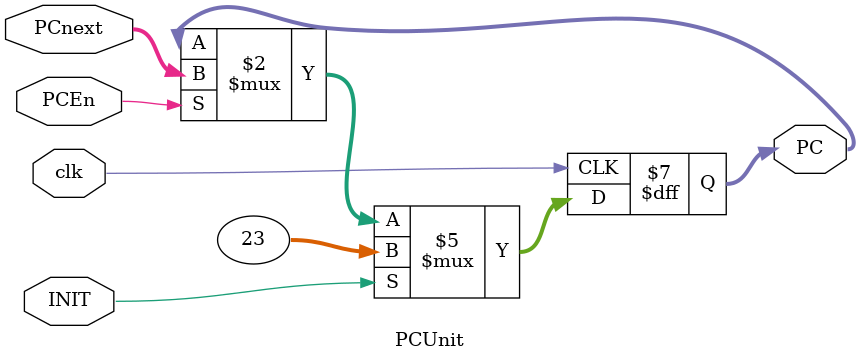
<source format=v>
`timescale 1ns / 1ps


module PCUnit(
input clk,
input PCEn,
input INIT,
input [31:0]PCnext,
output reg [31:0]PC
    );
    always@(posedge clk)
    if(INIT)
    	PC<=23;
    else if(PCEn)
        PC<=PCnext;
endmodule

</source>
